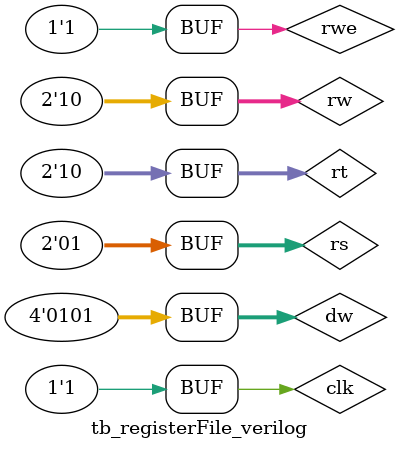
<source format=v>
`timescale 1ns / 1ps


module tb_registerFile_verilog;

	// Inputs
	reg [1:0] rs;
	reg [3:0] dw;
	reg [1:0] rw;
	reg rwe;
	reg clk;
	reg [1:0] rt;

	// Outputs
	wire [0:3] crs;
	wire [0:3] crt;

	// Instantiate the Unit Under Test (UUT)
	Register_File uut (
		.rs(rs), 
		.dw(dw), 
		.rw(rw), 
		.rwe(rwe), 
		.clk(clk), 
		.rt(rt), 
		.crs(crs), 
		.crt(crt)
	);

	initial begin
		// Initialize Inputs
		rs = 0;
		dw = 0;
		rw = 0;
		rwe = 0;
		clk = 0;
		rt = 0;

		// Wait 100 ns for global reset to finish
		#100;
        
		// Add stimulus here
		
		#50;
		clk = 0;
		#5;
			clk = 1;
			rwe = 1;
			rs = 01;
			rt = 10;
			rw = 10;
			dw = 0101;				
	end
      
endmodule


</source>
